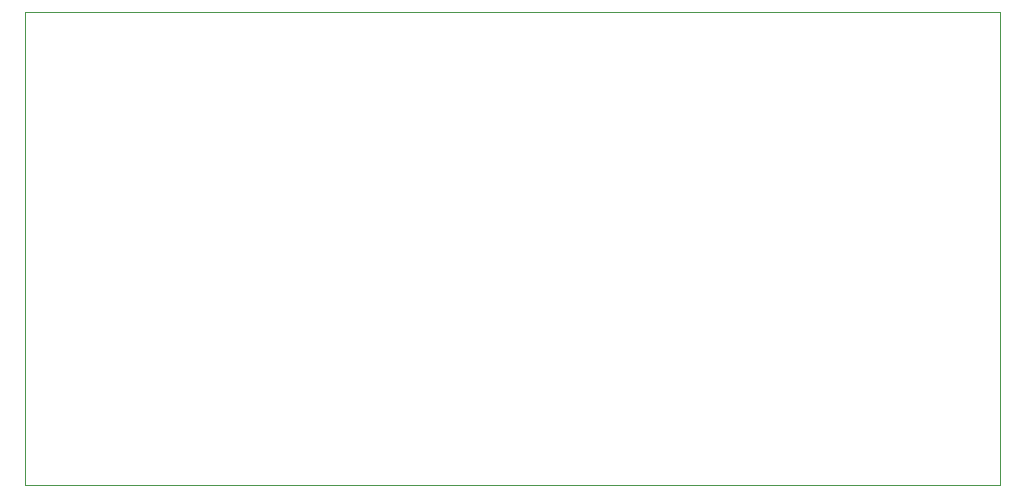
<source format=gbr>
G04 #@! TF.GenerationSoftware,KiCad,Pcbnew,(5.1.0-0)*
G04 #@! TF.CreationDate,2019-10-20T20:04:01+02:00*
G04 #@! TF.ProjectId,fllor2,666c6c6f-7232-42e6-9b69-6361645f7063,rev?*
G04 #@! TF.SameCoordinates,Original*
G04 #@! TF.FileFunction,Profile,NP*
%FSLAX46Y46*%
G04 Gerber Fmt 4.6, Leading zero omitted, Abs format (unit mm)*
G04 Created by KiCad (PCBNEW (5.1.0-0)) date 2019-10-20 20:04:01*
%MOMM*%
%LPD*%
G04 APERTURE LIST*
%ADD10C,0.050000*%
G04 APERTURE END LIST*
D10*
X215900000Y10795000D02*
X215900000Y-29210000D01*
X133350000Y10795000D02*
X215900000Y10795000D01*
X133350000Y-29210000D02*
X133350000Y10795000D01*
X215900000Y-29210000D02*
X133350000Y-29210000D01*
M02*

</source>
